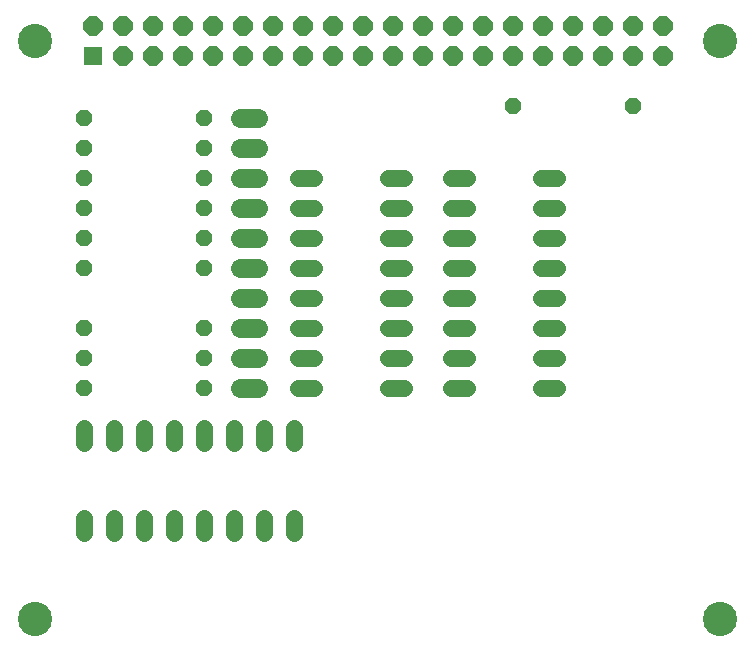
<source format=gbs>
G75*
%MOIN*%
%OFA0B0*%
%FSLAX25Y25*%
%IPPOS*%
%LPD*%
%AMOC8*
5,1,8,0,0,1.08239X$1,22.5*
%
%ADD10C,0.11424*%
%ADD11R,0.06400X0.06400*%
%ADD12OC8,0.06400*%
%ADD13C,0.05600*%
%ADD14C,0.06400*%
%ADD15OC8,0.05600*%
D10*
X0015280Y0015280D03*
X0015280Y0208193D03*
X0243626Y0208193D03*
X0243626Y0015280D03*
D11*
X0034453Y0203193D03*
D12*
X0044453Y0203193D03*
X0054453Y0203193D03*
X0064453Y0203193D03*
X0074453Y0203193D03*
X0084453Y0203193D03*
X0094453Y0203193D03*
X0104453Y0203193D03*
X0114453Y0203193D03*
X0124453Y0203193D03*
X0134453Y0203193D03*
X0144453Y0203193D03*
X0154453Y0203193D03*
X0164453Y0203193D03*
X0174453Y0203193D03*
X0184453Y0203193D03*
X0194453Y0203193D03*
X0204453Y0203193D03*
X0214453Y0203193D03*
X0224453Y0203193D03*
X0224453Y0213193D03*
X0214453Y0213193D03*
X0204453Y0213193D03*
X0194453Y0213193D03*
X0184453Y0213193D03*
X0174453Y0213193D03*
X0164453Y0213193D03*
X0154453Y0213193D03*
X0144453Y0213193D03*
X0134453Y0213193D03*
X0124453Y0213193D03*
X0114453Y0213193D03*
X0104453Y0213193D03*
X0094453Y0213193D03*
X0084453Y0213193D03*
X0074453Y0213193D03*
X0064453Y0213193D03*
X0054453Y0213193D03*
X0044453Y0213193D03*
X0034453Y0213193D03*
D13*
X0102900Y0162500D02*
X0108100Y0162500D01*
X0108100Y0152500D02*
X0102900Y0152500D01*
X0102900Y0142500D02*
X0108100Y0142500D01*
X0108100Y0132500D02*
X0102900Y0132500D01*
X0102900Y0122500D02*
X0108100Y0122500D01*
X0108100Y0112500D02*
X0102900Y0112500D01*
X0102900Y0102500D02*
X0108100Y0102500D01*
X0108100Y0092500D02*
X0102900Y0092500D01*
X0101492Y0079218D02*
X0101492Y0074018D01*
X0091492Y0074018D02*
X0091492Y0079218D01*
X0081492Y0079218D02*
X0081492Y0074018D01*
X0071492Y0074018D02*
X0071492Y0079218D01*
X0061492Y0079218D02*
X0061492Y0074018D01*
X0051492Y0074018D02*
X0051492Y0079218D01*
X0041492Y0079218D02*
X0041492Y0074018D01*
X0031492Y0074018D02*
X0031492Y0079218D01*
X0031492Y0049218D02*
X0031492Y0044018D01*
X0041492Y0044018D02*
X0041492Y0049218D01*
X0051492Y0049218D02*
X0051492Y0044018D01*
X0061492Y0044018D02*
X0061492Y0049218D01*
X0071492Y0049218D02*
X0071492Y0044018D01*
X0081492Y0044018D02*
X0081492Y0049218D01*
X0091492Y0049218D02*
X0091492Y0044018D01*
X0101492Y0044018D02*
X0101492Y0049218D01*
X0132900Y0092500D02*
X0138100Y0092500D01*
X0138100Y0102500D02*
X0132900Y0102500D01*
X0132900Y0112500D02*
X0138100Y0112500D01*
X0138100Y0122500D02*
X0132900Y0122500D01*
X0132900Y0132500D02*
X0138100Y0132500D01*
X0138100Y0142500D02*
X0132900Y0142500D01*
X0132900Y0152500D02*
X0138100Y0152500D01*
X0138100Y0162500D02*
X0132900Y0162500D01*
X0153900Y0162500D02*
X0159100Y0162500D01*
X0159100Y0152500D02*
X0153900Y0152500D01*
X0153900Y0142500D02*
X0159100Y0142500D01*
X0159100Y0132500D02*
X0153900Y0132500D01*
X0153900Y0122500D02*
X0159100Y0122500D01*
X0159100Y0112500D02*
X0153900Y0112500D01*
X0153900Y0102500D02*
X0159100Y0102500D01*
X0159100Y0092500D02*
X0153900Y0092500D01*
X0183900Y0092500D02*
X0189100Y0092500D01*
X0189100Y0102500D02*
X0183900Y0102500D01*
X0183900Y0112500D02*
X0189100Y0112500D01*
X0189100Y0122500D02*
X0183900Y0122500D01*
X0183900Y0132500D02*
X0189100Y0132500D01*
X0189100Y0142500D02*
X0183900Y0142500D01*
X0183900Y0152500D02*
X0189100Y0152500D01*
X0189100Y0162500D02*
X0183900Y0162500D01*
D14*
X0089500Y0162500D02*
X0083500Y0162500D01*
X0083500Y0152500D02*
X0089500Y0152500D01*
X0089500Y0142500D02*
X0083500Y0142500D01*
X0083500Y0132500D02*
X0089500Y0132500D01*
X0089500Y0122500D02*
X0083500Y0122500D01*
X0083500Y0112500D02*
X0089500Y0112500D01*
X0089500Y0102500D02*
X0083500Y0102500D01*
X0083500Y0092500D02*
X0089500Y0092500D01*
X0089500Y0172500D02*
X0083500Y0172500D01*
X0083500Y0182500D02*
X0089500Y0182500D01*
D15*
X0071500Y0182500D03*
X0071500Y0172500D03*
X0071500Y0162500D03*
X0071500Y0152500D03*
X0071500Y0142500D03*
X0071500Y0132500D03*
X0071500Y0112500D03*
X0071500Y0102500D03*
X0071500Y0092500D03*
X0031500Y0092500D03*
X0031500Y0102500D03*
X0031500Y0112500D03*
X0031500Y0132500D03*
X0031500Y0142500D03*
X0031500Y0152500D03*
X0031500Y0162500D03*
X0031500Y0172500D03*
X0031500Y0182500D03*
X0174500Y0186500D03*
X0214500Y0186500D03*
M02*

</source>
